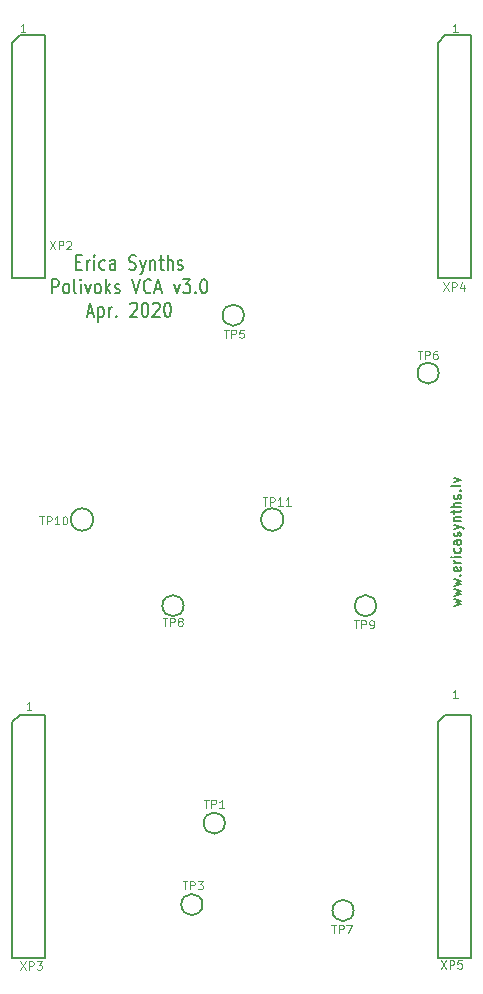
<source format=gto>
G04 #@! TF.FileFunction,Legend,Top*
%FSLAX46Y46*%
G04 Gerber Fmt 4.6, Leading zero omitted, Abs format (unit mm)*
G04 Created by KiCad (PCBNEW (2016-08-20 BZR 7083)-product) date Wed Apr 22 08:43:57 2020*
%MOMM*%
%LPD*%
G01*
G04 APERTURE LIST*
%ADD10C,0.100000*%
%ADD11C,0.150000*%
%ADD12C,0.200000*%
G04 APERTURE END LIST*
D10*
D11*
X37528571Y39471429D02*
X38061904Y39623810D01*
X37680952Y39776191D01*
X38061904Y39928572D01*
X37528571Y40080953D01*
X37528571Y40309524D02*
X38061904Y40461905D01*
X37680952Y40614286D01*
X38061904Y40766667D01*
X37528571Y40919048D01*
X37528571Y41147620D02*
X38061904Y41300000D01*
X37680952Y41452381D01*
X38061904Y41604762D01*
X37528571Y41757143D01*
X37985714Y42061905D02*
X38023809Y42100000D01*
X38061904Y42061905D01*
X38023809Y42023810D01*
X37985714Y42061905D01*
X38061904Y42061905D01*
X38023809Y42747620D02*
X38061904Y42671429D01*
X38061904Y42519048D01*
X38023809Y42442858D01*
X37947619Y42404762D01*
X37642857Y42404762D01*
X37566666Y42442858D01*
X37528571Y42519048D01*
X37528571Y42671429D01*
X37566666Y42747620D01*
X37642857Y42785715D01*
X37719047Y42785715D01*
X37795238Y42404762D01*
X38061904Y43128572D02*
X37528571Y43128572D01*
X37680952Y43128572D02*
X37604761Y43166667D01*
X37566666Y43204762D01*
X37528571Y43280953D01*
X37528571Y43357143D01*
X38061904Y43623810D02*
X37528571Y43623810D01*
X37261904Y43623810D02*
X37300000Y43585715D01*
X37338095Y43623810D01*
X37300000Y43661905D01*
X37261904Y43623810D01*
X37338095Y43623810D01*
X38023809Y44347620D02*
X38061904Y44271429D01*
X38061904Y44119048D01*
X38023809Y44042858D01*
X37985714Y44004762D01*
X37909523Y43966667D01*
X37680952Y43966667D01*
X37604761Y44004762D01*
X37566666Y44042858D01*
X37528571Y44119048D01*
X37528571Y44271429D01*
X37566666Y44347620D01*
X38061904Y45033334D02*
X37642857Y45033334D01*
X37566666Y44995239D01*
X37528571Y44919048D01*
X37528571Y44766667D01*
X37566666Y44690477D01*
X38023809Y45033334D02*
X38061904Y44957143D01*
X38061904Y44766667D01*
X38023809Y44690477D01*
X37947619Y44652381D01*
X37871428Y44652381D01*
X37795238Y44690477D01*
X37757142Y44766667D01*
X37757142Y44957143D01*
X37719047Y45033334D01*
X38023809Y45376191D02*
X38061904Y45452381D01*
X38061904Y45604762D01*
X38023809Y45680953D01*
X37947619Y45719048D01*
X37909523Y45719048D01*
X37833333Y45680953D01*
X37795238Y45604762D01*
X37795238Y45490477D01*
X37757142Y45414286D01*
X37680952Y45376191D01*
X37642857Y45376191D01*
X37566666Y45414286D01*
X37528571Y45490477D01*
X37528571Y45604762D01*
X37566666Y45680953D01*
X37528571Y45985715D02*
X38061904Y46176191D01*
X37528571Y46366667D02*
X38061904Y46176191D01*
X38252380Y46100000D01*
X38290476Y46061905D01*
X38328571Y45985715D01*
X37528571Y46671429D02*
X38061904Y46671429D01*
X37604761Y46671429D02*
X37566666Y46709524D01*
X37528571Y46785715D01*
X37528571Y46900000D01*
X37566666Y46976191D01*
X37642857Y47014286D01*
X38061904Y47014286D01*
X37528571Y47280953D02*
X37528571Y47585715D01*
X37261904Y47395239D02*
X37947619Y47395239D01*
X38023809Y47433334D01*
X38061904Y47509524D01*
X38061904Y47585715D01*
X38061904Y47852381D02*
X37261904Y47852381D01*
X38061904Y48195239D02*
X37642857Y48195239D01*
X37566666Y48157143D01*
X37528571Y48080953D01*
X37528571Y47966667D01*
X37566666Y47890477D01*
X37604761Y47852381D01*
X38023809Y48538096D02*
X38061904Y48614286D01*
X38061904Y48766667D01*
X38023809Y48842858D01*
X37947619Y48880953D01*
X37909523Y48880953D01*
X37833333Y48842858D01*
X37795238Y48766667D01*
X37795238Y48652381D01*
X37757142Y48576191D01*
X37680952Y48538096D01*
X37642857Y48538096D01*
X37566666Y48576191D01*
X37528571Y48652381D01*
X37528571Y48766667D01*
X37566666Y48842858D01*
X37985714Y49223810D02*
X38023809Y49261905D01*
X38061904Y49223810D01*
X38023809Y49185715D01*
X37985714Y49223810D01*
X38061904Y49223810D01*
X38061904Y49719048D02*
X38023809Y49642858D01*
X37947619Y49604762D01*
X37261904Y49604762D01*
X37528571Y49947620D02*
X38061904Y50138096D01*
X37528571Y50328572D01*
D12*
X5523809Y68585715D02*
X5857142Y68585715D01*
X6000000Y67957143D02*
X5523809Y67957143D01*
X5523809Y69157143D01*
X6000000Y69157143D01*
X6428571Y67957143D02*
X6428571Y68757143D01*
X6428571Y68528572D02*
X6476190Y68642858D01*
X6523809Y68700000D01*
X6619047Y68757143D01*
X6714285Y68757143D01*
X7047619Y67957143D02*
X7047619Y68757143D01*
X7047619Y69157143D02*
X7000000Y69100000D01*
X7047619Y69042858D01*
X7095238Y69100000D01*
X7047619Y69157143D01*
X7047619Y69042858D01*
X7952380Y68014286D02*
X7857142Y67957143D01*
X7666666Y67957143D01*
X7571428Y68014286D01*
X7523809Y68071429D01*
X7476190Y68185715D01*
X7476190Y68528572D01*
X7523809Y68642858D01*
X7571428Y68700000D01*
X7666666Y68757143D01*
X7857142Y68757143D01*
X7952380Y68700000D01*
X8809523Y67957143D02*
X8809523Y68585715D01*
X8761904Y68700000D01*
X8666666Y68757143D01*
X8476190Y68757143D01*
X8380952Y68700000D01*
X8809523Y68014286D02*
X8714285Y67957143D01*
X8476190Y67957143D01*
X8380952Y68014286D01*
X8333333Y68128572D01*
X8333333Y68242858D01*
X8380952Y68357143D01*
X8476190Y68414286D01*
X8714285Y68414286D01*
X8809523Y68471429D01*
X10000000Y68014286D02*
X10142857Y67957143D01*
X10380952Y67957143D01*
X10476190Y68014286D01*
X10523809Y68071429D01*
X10571428Y68185715D01*
X10571428Y68300000D01*
X10523809Y68414286D01*
X10476190Y68471429D01*
X10380952Y68528572D01*
X10190476Y68585715D01*
X10095238Y68642858D01*
X10047619Y68700000D01*
X10000000Y68814286D01*
X10000000Y68928572D01*
X10047619Y69042858D01*
X10095238Y69100000D01*
X10190476Y69157143D01*
X10428571Y69157143D01*
X10571428Y69100000D01*
X10904761Y68757143D02*
X11142857Y67957143D01*
X11380952Y68757143D02*
X11142857Y67957143D01*
X11047619Y67671429D01*
X11000000Y67614286D01*
X10904761Y67557143D01*
X11761904Y68757143D02*
X11761904Y67957143D01*
X11761904Y68642858D02*
X11809523Y68700000D01*
X11904761Y68757143D01*
X12047619Y68757143D01*
X12142857Y68700000D01*
X12190476Y68585715D01*
X12190476Y67957143D01*
X12523809Y68757143D02*
X12904761Y68757143D01*
X12666666Y69157143D02*
X12666666Y68128572D01*
X12714285Y68014286D01*
X12809523Y67957143D01*
X12904761Y67957143D01*
X13238095Y67957143D02*
X13238095Y69157143D01*
X13666666Y67957143D02*
X13666666Y68585715D01*
X13619047Y68700000D01*
X13523809Y68757143D01*
X13380952Y68757143D01*
X13285714Y68700000D01*
X13238095Y68642858D01*
X14095238Y68014286D02*
X14190476Y67957143D01*
X14380952Y67957143D01*
X14476190Y68014286D01*
X14523809Y68128572D01*
X14523809Y68185715D01*
X14476190Y68300000D01*
X14380952Y68357143D01*
X14238095Y68357143D01*
X14142857Y68414286D01*
X14095238Y68528572D01*
X14095238Y68585715D01*
X14142857Y68700000D01*
X14238095Y68757143D01*
X14380952Y68757143D01*
X14476190Y68700000D01*
X3452380Y65957143D02*
X3452380Y67157143D01*
X3833333Y67157143D01*
X3928571Y67100000D01*
X3976190Y67042858D01*
X4023809Y66928572D01*
X4023809Y66757143D01*
X3976190Y66642858D01*
X3928571Y66585715D01*
X3833333Y66528572D01*
X3452380Y66528572D01*
X4595238Y65957143D02*
X4500000Y66014286D01*
X4452380Y66071429D01*
X4404761Y66185715D01*
X4404761Y66528572D01*
X4452380Y66642858D01*
X4500000Y66700000D01*
X4595238Y66757143D01*
X4738095Y66757143D01*
X4833333Y66700000D01*
X4880952Y66642858D01*
X4928571Y66528572D01*
X4928571Y66185715D01*
X4880952Y66071429D01*
X4833333Y66014286D01*
X4738095Y65957143D01*
X4595238Y65957143D01*
X5500000Y65957143D02*
X5404761Y66014286D01*
X5357142Y66128572D01*
X5357142Y67157143D01*
X5880952Y65957143D02*
X5880952Y66757143D01*
X5880952Y67157143D02*
X5833333Y67100000D01*
X5880952Y67042858D01*
X5928571Y67100000D01*
X5880952Y67157143D01*
X5880952Y67042858D01*
X6261904Y66757143D02*
X6500000Y65957143D01*
X6738095Y66757143D01*
X7261904Y65957143D02*
X7166666Y66014286D01*
X7119047Y66071429D01*
X7071428Y66185715D01*
X7071428Y66528572D01*
X7119047Y66642858D01*
X7166666Y66700000D01*
X7261904Y66757143D01*
X7404761Y66757143D01*
X7500000Y66700000D01*
X7547619Y66642858D01*
X7595238Y66528572D01*
X7595238Y66185715D01*
X7547619Y66071429D01*
X7500000Y66014286D01*
X7404761Y65957143D01*
X7261904Y65957143D01*
X8023809Y65957143D02*
X8023809Y67157143D01*
X8119047Y66414286D02*
X8404761Y65957143D01*
X8404761Y66757143D02*
X8023809Y66300000D01*
X8785714Y66014286D02*
X8880952Y65957143D01*
X9071428Y65957143D01*
X9166666Y66014286D01*
X9214285Y66128572D01*
X9214285Y66185715D01*
X9166666Y66300000D01*
X9071428Y66357143D01*
X8928571Y66357143D01*
X8833333Y66414286D01*
X8785714Y66528572D01*
X8785714Y66585715D01*
X8833333Y66700000D01*
X8928571Y66757143D01*
X9071428Y66757143D01*
X9166666Y66700000D01*
X10261904Y67157143D02*
X10595238Y65957143D01*
X10928571Y67157143D01*
X11833333Y66071429D02*
X11785714Y66014286D01*
X11642857Y65957143D01*
X11547619Y65957143D01*
X11404761Y66014286D01*
X11309523Y66128572D01*
X11261904Y66242858D01*
X11214285Y66471429D01*
X11214285Y66642858D01*
X11261904Y66871429D01*
X11309523Y66985715D01*
X11404761Y67100000D01*
X11547619Y67157143D01*
X11642857Y67157143D01*
X11785714Y67100000D01*
X11833333Y67042858D01*
X12214285Y66300000D02*
X12690476Y66300000D01*
X12119047Y65957143D02*
X12452380Y67157143D01*
X12785714Y65957143D01*
X13785714Y66757143D02*
X14023809Y65957143D01*
X14261904Y66757143D01*
X14547619Y67157143D02*
X15166666Y67157143D01*
X14833333Y66700000D01*
X14976190Y66700000D01*
X15071428Y66642858D01*
X15119047Y66585715D01*
X15166666Y66471429D01*
X15166666Y66185715D01*
X15119047Y66071429D01*
X15071428Y66014286D01*
X14976190Y65957143D01*
X14690476Y65957143D01*
X14595238Y66014286D01*
X14547619Y66071429D01*
X15595238Y66071429D02*
X15642857Y66014286D01*
X15595238Y65957143D01*
X15547619Y66014286D01*
X15595238Y66071429D01*
X15595238Y65957143D01*
X16261904Y67157143D02*
X16357142Y67157143D01*
X16452380Y67100000D01*
X16500000Y67042858D01*
X16547619Y66928572D01*
X16595238Y66700000D01*
X16595238Y66414286D01*
X16547619Y66185715D01*
X16500000Y66071429D01*
X16452380Y66014286D01*
X16357142Y65957143D01*
X16261904Y65957143D01*
X16166666Y66014286D01*
X16119047Y66071429D01*
X16071428Y66185715D01*
X16023809Y66414286D01*
X16023809Y66700000D01*
X16071428Y66928572D01*
X16119047Y67042858D01*
X16166666Y67100000D01*
X16261904Y67157143D01*
X6476190Y64300000D02*
X6952380Y64300000D01*
X6380952Y63957143D02*
X6714285Y65157143D01*
X7047619Y63957143D01*
X7380952Y64757143D02*
X7380952Y63557143D01*
X7380952Y64700000D02*
X7476190Y64757143D01*
X7666666Y64757143D01*
X7761904Y64700000D01*
X7809523Y64642858D01*
X7857142Y64528572D01*
X7857142Y64185715D01*
X7809523Y64071429D01*
X7761904Y64014286D01*
X7666666Y63957143D01*
X7476190Y63957143D01*
X7380952Y64014286D01*
X8285714Y63957143D02*
X8285714Y64757143D01*
X8285714Y64528572D02*
X8333333Y64642858D01*
X8380952Y64700000D01*
X8476190Y64757143D01*
X8571428Y64757143D01*
X8904761Y64071429D02*
X8952380Y64014286D01*
X8904761Y63957143D01*
X8857142Y64014286D01*
X8904761Y64071429D01*
X8904761Y63957143D01*
X10095238Y65042858D02*
X10142857Y65100000D01*
X10238095Y65157143D01*
X10476190Y65157143D01*
X10571428Y65100000D01*
X10619047Y65042858D01*
X10666666Y64928572D01*
X10666666Y64814286D01*
X10619047Y64642858D01*
X10047619Y63957143D01*
X10666666Y63957143D01*
X11285714Y65157143D02*
X11380952Y65157143D01*
X11476190Y65100000D01*
X11523809Y65042858D01*
X11571428Y64928572D01*
X11619047Y64700000D01*
X11619047Y64414286D01*
X11571428Y64185715D01*
X11523809Y64071429D01*
X11476190Y64014286D01*
X11380952Y63957143D01*
X11285714Y63957143D01*
X11190476Y64014286D01*
X11142857Y64071429D01*
X11095238Y64185715D01*
X11047619Y64414286D01*
X11047619Y64700000D01*
X11095238Y64928572D01*
X11142857Y65042858D01*
X11190476Y65100000D01*
X11285714Y65157143D01*
X12000000Y65042858D02*
X12047619Y65100000D01*
X12142857Y65157143D01*
X12380952Y65157143D01*
X12476190Y65100000D01*
X12523809Y65042858D01*
X12571428Y64928572D01*
X12571428Y64814286D01*
X12523809Y64642858D01*
X11952380Y63957143D01*
X12571428Y63957143D01*
X13190476Y65157143D02*
X13285714Y65157143D01*
X13380952Y65100000D01*
X13428571Y65042858D01*
X13476190Y64928572D01*
X13523809Y64700000D01*
X13523809Y64414286D01*
X13476190Y64185715D01*
X13428571Y64071429D01*
X13380952Y64014286D01*
X13285714Y63957143D01*
X13190476Y63957143D01*
X13095238Y64014286D01*
X13047619Y64071429D01*
X13000000Y64185715D01*
X12952380Y64414286D01*
X12952380Y64700000D01*
X13000000Y64928572D01*
X13047619Y65042858D01*
X13095238Y65100000D01*
X13190476Y65157143D01*
D10*
X37800000Y31683334D02*
X37400000Y31683334D01*
X37600000Y31683334D02*
X37600000Y32383334D01*
X37533333Y32283334D01*
X37466666Y32216667D01*
X37400000Y32183334D01*
X1700000Y30683334D02*
X1300000Y30683334D01*
X1500000Y30683334D02*
X1500000Y31383334D01*
X1433333Y31283334D01*
X1366666Y31216667D01*
X1300000Y31183334D01*
X37800000Y88083334D02*
X37400000Y88083334D01*
X37600000Y88083334D02*
X37600000Y88783334D01*
X37533333Y88683334D01*
X37466666Y88616667D01*
X37400000Y88583334D01*
X1200000Y88083334D02*
X800000Y88083334D01*
X1000000Y88083334D02*
X1000000Y88783334D01*
X933333Y88683334D01*
X866666Y88616667D01*
X800000Y88583334D01*
D11*
X18100000Y21100000D02*
G75*
G03X18100000Y21100000I-900000J0D01*
G01*
X16200000Y14200000D02*
G75*
G03X16200000Y14200000I-900000J0D01*
G01*
X19700000Y64100000D02*
G75*
G03X19700000Y64100000I-900000J0D01*
G01*
X36200000Y59200000D02*
G75*
G03X36200000Y59200000I-900000J0D01*
G01*
X29000000Y13700000D02*
G75*
G03X29000000Y13700000I-900000J0D01*
G01*
X14600000Y39500000D02*
G75*
G03X14600000Y39500000I-900000J0D01*
G01*
X30900000Y39500000D02*
G75*
G03X30900000Y39500000I-900000J0D01*
G01*
X2897000Y67213000D02*
X2897000Y87787000D01*
X2897000Y87787000D02*
X738000Y87787000D01*
X738000Y87787000D02*
X103000Y87152000D01*
X103000Y87152000D02*
X103000Y67213000D01*
X103000Y67213000D02*
X2897000Y67213000D01*
X2897000Y9713000D02*
X2897000Y30287000D01*
X2897000Y30287000D02*
X738000Y30287000D01*
X738000Y30287000D02*
X103000Y29652000D01*
X103000Y29652000D02*
X103000Y9713000D01*
X103000Y9713000D02*
X2897000Y9713000D01*
X38897000Y67213000D02*
X38897000Y87787000D01*
X38897000Y87787000D02*
X36738000Y87787000D01*
X36738000Y87787000D02*
X36103000Y87152000D01*
X36103000Y87152000D02*
X36103000Y67213000D01*
X36103000Y67213000D02*
X38897000Y67213000D01*
X38897000Y9713000D02*
X38897000Y30287000D01*
X38897000Y30287000D02*
X36738000Y30287000D01*
X36738000Y30287000D02*
X36103000Y29652000D01*
X36103000Y29652000D02*
X36103000Y9713000D01*
X36103000Y9713000D02*
X38897000Y9713000D01*
X6950000Y46800000D02*
G75*
G03X6950000Y46800000I-950000J0D01*
G01*
X23050000Y46800000D02*
G75*
G03X23050000Y46800000I-950000J0D01*
G01*
D10*
X16316666Y23083334D02*
X16716666Y23083334D01*
X16516666Y22383334D02*
X16516666Y23083334D01*
X16950000Y22383334D02*
X16950000Y23083334D01*
X17216666Y23083334D01*
X17283333Y23050000D01*
X17316666Y23016667D01*
X17350000Y22950000D01*
X17350000Y22850000D01*
X17316666Y22783334D01*
X17283333Y22750000D01*
X17216666Y22716667D01*
X16950000Y22716667D01*
X18016666Y22383334D02*
X17616666Y22383334D01*
X17816666Y22383334D02*
X17816666Y23083334D01*
X17750000Y22983334D01*
X17683333Y22916667D01*
X17616666Y22883334D01*
X14516666Y16183334D02*
X14916666Y16183334D01*
X14716666Y15483334D02*
X14716666Y16183334D01*
X15150000Y15483334D02*
X15150000Y16183334D01*
X15416666Y16183334D01*
X15483333Y16150000D01*
X15516666Y16116667D01*
X15550000Y16050000D01*
X15550000Y15950000D01*
X15516666Y15883334D01*
X15483333Y15850000D01*
X15416666Y15816667D01*
X15150000Y15816667D01*
X15783333Y16183334D02*
X16216666Y16183334D01*
X15983333Y15916667D01*
X16083333Y15916667D01*
X16150000Y15883334D01*
X16183333Y15850000D01*
X16216666Y15783334D01*
X16216666Y15616667D01*
X16183333Y15550000D01*
X16150000Y15516667D01*
X16083333Y15483334D01*
X15883333Y15483334D01*
X15816666Y15516667D01*
X15783333Y15550000D01*
X18016666Y62883334D02*
X18416666Y62883334D01*
X18216666Y62183334D02*
X18216666Y62883334D01*
X18650000Y62183334D02*
X18650000Y62883334D01*
X18916666Y62883334D01*
X18983333Y62850000D01*
X19016666Y62816667D01*
X19050000Y62750000D01*
X19050000Y62650000D01*
X19016666Y62583334D01*
X18983333Y62550000D01*
X18916666Y62516667D01*
X18650000Y62516667D01*
X19683333Y62883334D02*
X19350000Y62883334D01*
X19316666Y62550000D01*
X19350000Y62583334D01*
X19416666Y62616667D01*
X19583333Y62616667D01*
X19650000Y62583334D01*
X19683333Y62550000D01*
X19716666Y62483334D01*
X19716666Y62316667D01*
X19683333Y62250000D01*
X19650000Y62216667D01*
X19583333Y62183334D01*
X19416666Y62183334D01*
X19350000Y62216667D01*
X19316666Y62250000D01*
X34416666Y61083334D02*
X34816666Y61083334D01*
X34616666Y60383334D02*
X34616666Y61083334D01*
X35050000Y60383334D02*
X35050000Y61083334D01*
X35316666Y61083334D01*
X35383333Y61050000D01*
X35416666Y61016667D01*
X35450000Y60950000D01*
X35450000Y60850000D01*
X35416666Y60783334D01*
X35383333Y60750000D01*
X35316666Y60716667D01*
X35050000Y60716667D01*
X36050000Y61083334D02*
X35916666Y61083334D01*
X35850000Y61050000D01*
X35816666Y61016667D01*
X35750000Y60916667D01*
X35716666Y60783334D01*
X35716666Y60516667D01*
X35750000Y60450000D01*
X35783333Y60416667D01*
X35850000Y60383334D01*
X35983333Y60383334D01*
X36050000Y60416667D01*
X36083333Y60450000D01*
X36116666Y60516667D01*
X36116666Y60683334D01*
X36083333Y60750000D01*
X36050000Y60783334D01*
X35983333Y60816667D01*
X35850000Y60816667D01*
X35783333Y60783334D01*
X35750000Y60750000D01*
X35716666Y60683334D01*
X27116666Y12483334D02*
X27516666Y12483334D01*
X27316666Y11783334D02*
X27316666Y12483334D01*
X27750000Y11783334D02*
X27750000Y12483334D01*
X28016666Y12483334D01*
X28083333Y12450000D01*
X28116666Y12416667D01*
X28150000Y12350000D01*
X28150000Y12250000D01*
X28116666Y12183334D01*
X28083333Y12150000D01*
X28016666Y12116667D01*
X27750000Y12116667D01*
X28383333Y12483334D02*
X28850000Y12483334D01*
X28550000Y11783334D01*
X12816666Y38483334D02*
X13216666Y38483334D01*
X13016666Y37783334D02*
X13016666Y38483334D01*
X13450000Y37783334D02*
X13450000Y38483334D01*
X13716666Y38483334D01*
X13783333Y38450000D01*
X13816666Y38416667D01*
X13850000Y38350000D01*
X13850000Y38250000D01*
X13816666Y38183334D01*
X13783333Y38150000D01*
X13716666Y38116667D01*
X13450000Y38116667D01*
X14250000Y38183334D02*
X14183333Y38216667D01*
X14150000Y38250000D01*
X14116666Y38316667D01*
X14116666Y38350000D01*
X14150000Y38416667D01*
X14183333Y38450000D01*
X14250000Y38483334D01*
X14383333Y38483334D01*
X14450000Y38450000D01*
X14483333Y38416667D01*
X14516666Y38350000D01*
X14516666Y38316667D01*
X14483333Y38250000D01*
X14450000Y38216667D01*
X14383333Y38183334D01*
X14250000Y38183334D01*
X14183333Y38150000D01*
X14150000Y38116667D01*
X14116666Y38050000D01*
X14116666Y37916667D01*
X14150000Y37850000D01*
X14183333Y37816667D01*
X14250000Y37783334D01*
X14383333Y37783334D01*
X14450000Y37816667D01*
X14483333Y37850000D01*
X14516666Y37916667D01*
X14516666Y38050000D01*
X14483333Y38116667D01*
X14450000Y38150000D01*
X14383333Y38183334D01*
X29016666Y38283334D02*
X29416666Y38283334D01*
X29216666Y37583334D02*
X29216666Y38283334D01*
X29650000Y37583334D02*
X29650000Y38283334D01*
X29916666Y38283334D01*
X29983333Y38250000D01*
X30016666Y38216667D01*
X30050000Y38150000D01*
X30050000Y38050000D01*
X30016666Y37983334D01*
X29983333Y37950000D01*
X29916666Y37916667D01*
X29650000Y37916667D01*
X30383333Y37583334D02*
X30516666Y37583334D01*
X30583333Y37616667D01*
X30616666Y37650000D01*
X30683333Y37750000D01*
X30716666Y37883334D01*
X30716666Y38150000D01*
X30683333Y38216667D01*
X30650000Y38250000D01*
X30583333Y38283334D01*
X30450000Y38283334D01*
X30383333Y38250000D01*
X30350000Y38216667D01*
X30316666Y38150000D01*
X30316666Y37983334D01*
X30350000Y37916667D01*
X30383333Y37883334D01*
X30450000Y37850000D01*
X30583333Y37850000D01*
X30650000Y37883334D01*
X30683333Y37916667D01*
X30716666Y37983334D01*
X3283333Y70383334D02*
X3750000Y69683334D01*
X3750000Y70383334D02*
X3283333Y69683334D01*
X4016666Y69683334D02*
X4016666Y70383334D01*
X4283333Y70383334D01*
X4350000Y70350000D01*
X4383333Y70316667D01*
X4416666Y70250000D01*
X4416666Y70150000D01*
X4383333Y70083334D01*
X4350000Y70050000D01*
X4283333Y70016667D01*
X4016666Y70016667D01*
X4683333Y70316667D02*
X4716666Y70350000D01*
X4783333Y70383334D01*
X4950000Y70383334D01*
X5016666Y70350000D01*
X5050000Y70316667D01*
X5083333Y70250000D01*
X5083333Y70183334D01*
X5050000Y70083334D01*
X4650000Y69683334D01*
X5083333Y69683334D01*
X783333Y9383334D02*
X1250000Y8683334D01*
X1250000Y9383334D02*
X783333Y8683334D01*
X1516666Y8683334D02*
X1516666Y9383334D01*
X1783333Y9383334D01*
X1850000Y9350000D01*
X1883333Y9316667D01*
X1916666Y9250000D01*
X1916666Y9150000D01*
X1883333Y9083334D01*
X1850000Y9050000D01*
X1783333Y9016667D01*
X1516666Y9016667D01*
X2150000Y9383334D02*
X2583333Y9383334D01*
X2350000Y9116667D01*
X2450000Y9116667D01*
X2516666Y9083334D01*
X2550000Y9050000D01*
X2583333Y8983334D01*
X2583333Y8816667D01*
X2550000Y8750000D01*
X2516666Y8716667D01*
X2450000Y8683334D01*
X2250000Y8683334D01*
X2183333Y8716667D01*
X2150000Y8750000D01*
X36583333Y66883334D02*
X37050000Y66183334D01*
X37050000Y66883334D02*
X36583333Y66183334D01*
X37316666Y66183334D02*
X37316666Y66883334D01*
X37583333Y66883334D01*
X37650000Y66850000D01*
X37683333Y66816667D01*
X37716666Y66750000D01*
X37716666Y66650000D01*
X37683333Y66583334D01*
X37650000Y66550000D01*
X37583333Y66516667D01*
X37316666Y66516667D01*
X38316666Y66650000D02*
X38316666Y66183334D01*
X38150000Y66916667D02*
X37983333Y66416667D01*
X38416666Y66416667D01*
X36383333Y9483334D02*
X36850000Y8783334D01*
X36850000Y9483334D02*
X36383333Y8783334D01*
X37116666Y8783334D02*
X37116666Y9483334D01*
X37383333Y9483334D01*
X37450000Y9450000D01*
X37483333Y9416667D01*
X37516666Y9350000D01*
X37516666Y9250000D01*
X37483333Y9183334D01*
X37450000Y9150000D01*
X37383333Y9116667D01*
X37116666Y9116667D01*
X38150000Y9483334D02*
X37816666Y9483334D01*
X37783333Y9150000D01*
X37816666Y9183334D01*
X37883333Y9216667D01*
X38050000Y9216667D01*
X38116666Y9183334D01*
X38150000Y9150000D01*
X38183333Y9083334D01*
X38183333Y8916667D01*
X38150000Y8850000D01*
X38116666Y8816667D01*
X38050000Y8783334D01*
X37883333Y8783334D01*
X37816666Y8816667D01*
X37783333Y8850000D01*
X2383333Y47083334D02*
X2783333Y47083334D01*
X2583333Y46383334D02*
X2583333Y47083334D01*
X3016666Y46383334D02*
X3016666Y47083334D01*
X3283333Y47083334D01*
X3350000Y47050000D01*
X3383333Y47016667D01*
X3416666Y46950000D01*
X3416666Y46850000D01*
X3383333Y46783334D01*
X3350000Y46750000D01*
X3283333Y46716667D01*
X3016666Y46716667D01*
X4083333Y46383334D02*
X3683333Y46383334D01*
X3883333Y46383334D02*
X3883333Y47083334D01*
X3816666Y46983334D01*
X3750000Y46916667D01*
X3683333Y46883334D01*
X4516666Y47083334D02*
X4583333Y47083334D01*
X4650000Y47050000D01*
X4683333Y47016667D01*
X4716666Y46950000D01*
X4750000Y46816667D01*
X4750000Y46650000D01*
X4716666Y46516667D01*
X4683333Y46450000D01*
X4650000Y46416667D01*
X4583333Y46383334D01*
X4516666Y46383334D01*
X4450000Y46416667D01*
X4416666Y46450000D01*
X4383333Y46516667D01*
X4350000Y46650000D01*
X4350000Y46816667D01*
X4383333Y46950000D01*
X4416666Y47016667D01*
X4450000Y47050000D01*
X4516666Y47083334D01*
X21283333Y48683334D02*
X21683333Y48683334D01*
X21483333Y47983334D02*
X21483333Y48683334D01*
X21916666Y47983334D02*
X21916666Y48683334D01*
X22183333Y48683334D01*
X22250000Y48650000D01*
X22283333Y48616667D01*
X22316666Y48550000D01*
X22316666Y48450000D01*
X22283333Y48383334D01*
X22250000Y48350000D01*
X22183333Y48316667D01*
X21916666Y48316667D01*
X22983333Y47983334D02*
X22583333Y47983334D01*
X22783333Y47983334D02*
X22783333Y48683334D01*
X22716666Y48583334D01*
X22650000Y48516667D01*
X22583333Y48483334D01*
X23650000Y47983334D02*
X23250000Y47983334D01*
X23450000Y47983334D02*
X23450000Y48683334D01*
X23383333Y48583334D01*
X23316666Y48516667D01*
X23250000Y48483334D01*
M02*

</source>
